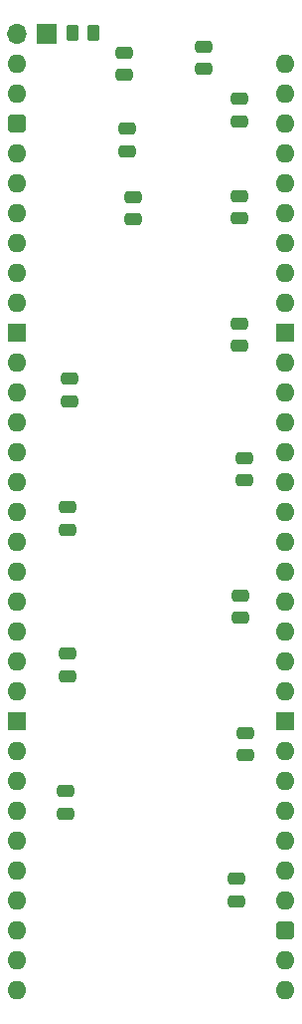
<source format=gbs>
%TF.GenerationSoftware,KiCad,Pcbnew,8.0.7*%
%TF.CreationDate,2025-01-29T06:33:39+02:00*%
%TF.ProjectId,HCP65 Instruction Code,48435036-3520-4496-9e73-747275637469,V0*%
%TF.SameCoordinates,Original*%
%TF.FileFunction,Soldermask,Bot*%
%TF.FilePolarity,Negative*%
%FSLAX46Y46*%
G04 Gerber Fmt 4.6, Leading zero omitted, Abs format (unit mm)*
G04 Created by KiCad (PCBNEW 8.0.7) date 2025-01-29 06:33:39*
%MOMM*%
%LPD*%
G01*
G04 APERTURE LIST*
G04 Aperture macros list*
%AMRoundRect*
0 Rectangle with rounded corners*
0 $1 Rounding radius*
0 $2 $3 $4 $5 $6 $7 $8 $9 X,Y pos of 4 corners*
0 Add a 4 corners polygon primitive as box body*
4,1,4,$2,$3,$4,$5,$6,$7,$8,$9,$2,$3,0*
0 Add four circle primitives for the rounded corners*
1,1,$1+$1,$2,$3*
1,1,$1+$1,$4,$5*
1,1,$1+$1,$6,$7*
1,1,$1+$1,$8,$9*
0 Add four rect primitives between the rounded corners*
20,1,$1+$1,$2,$3,$4,$5,0*
20,1,$1+$1,$4,$5,$6,$7,0*
20,1,$1+$1,$6,$7,$8,$9,0*
20,1,$1+$1,$8,$9,$2,$3,0*%
G04 Aperture macros list end*
%ADD10R,1.700000X1.700000*%
%ADD11O,1.700000X1.700000*%
%ADD12O,1.600000X1.600000*%
%ADD13RoundRect,0.400000X-0.400000X-0.400000X0.400000X-0.400000X0.400000X0.400000X-0.400000X0.400000X0*%
%ADD14R,1.600000X1.600000*%
%ADD15RoundRect,0.250000X0.475000X-0.250000X0.475000X0.250000X-0.475000X0.250000X-0.475000X-0.250000X0*%
%ADD16RoundRect,0.250000X-0.262500X-0.450000X0.262500X-0.450000X0.262500X0.450000X-0.262500X0.450000X0*%
G04 APERTURE END LIST*
D10*
%TO.C,J4*%
X2540000Y2540000D03*
D11*
X0Y2540000D03*
%TD*%
D12*
%TO.C,J2*%
X0Y0D03*
X0Y-2540000D03*
D13*
X0Y-5080000D03*
D12*
X0Y-7620000D03*
X0Y-10160000D03*
X0Y-12700000D03*
X0Y-15240000D03*
X0Y-17780000D03*
X0Y-20320000D03*
D14*
X0Y-22860000D03*
D12*
X0Y-25400000D03*
X0Y-27940000D03*
X0Y-30480000D03*
X0Y-33020000D03*
X0Y-35560000D03*
X0Y-38100000D03*
X0Y-40640000D03*
X0Y-43180000D03*
X0Y-45720000D03*
X0Y-48260000D03*
X0Y-50800000D03*
X0Y-53340000D03*
D14*
X0Y-55880000D03*
D12*
X0Y-58420000D03*
X0Y-60960000D03*
X0Y-63500000D03*
X0Y-66040000D03*
X0Y-68580000D03*
X0Y-71120000D03*
X0Y-73660000D03*
X0Y-76200000D03*
X0Y-78740000D03*
X22860000Y-78740000D03*
X22860000Y-76200000D03*
D13*
X22860000Y-73660000D03*
D12*
X22860000Y-71120000D03*
X22860000Y-68580000D03*
X22860000Y-66040000D03*
X22860000Y-63500000D03*
X22860000Y-60960000D03*
X22860000Y-58420000D03*
D14*
X22860000Y-55880000D03*
D12*
X22860000Y-53340000D03*
X22860000Y-50800000D03*
X22860000Y-48260000D03*
X22860000Y-45720000D03*
X22860000Y-43180000D03*
X22860000Y-40640000D03*
X22860000Y-38100000D03*
X22860000Y-35560000D03*
X22860000Y-33020000D03*
X22860000Y-30480000D03*
X22860000Y-27940000D03*
X22860000Y-25400000D03*
D14*
X22860000Y-22860000D03*
D12*
X22860000Y-20320000D03*
X22860000Y-17780000D03*
X22860000Y-15240000D03*
X22860000Y-12700000D03*
X22860000Y-10160000D03*
X22860000Y-7620000D03*
X22860000Y-5080000D03*
X22860000Y-2540000D03*
X22860000Y0D03*
%TD*%
D15*
%TO.C,C14*%
X18923000Y-4871000D03*
X18923000Y-2971000D03*
%TD*%
%TO.C,C12*%
X18923000Y-23957607D03*
X18923000Y-22057607D03*
%TD*%
%TO.C,C4*%
X19405600Y-35387607D03*
X19405600Y-33487607D03*
%TD*%
%TO.C,C7*%
X15875000Y-426000D03*
X15875000Y1474000D03*
%TD*%
%TO.C,C11*%
X18669000Y-71165000D03*
X18669000Y-69265000D03*
%TD*%
%TO.C,C17*%
X4318000Y-39592800D03*
X4318000Y-37692800D03*
%TD*%
%TO.C,C16*%
X4165600Y-63708607D03*
X4165600Y-61808607D03*
%TD*%
%TO.C,C5*%
X4318000Y-52024607D03*
X4318000Y-50124607D03*
%TD*%
D16*
%TO.C,R1*%
X4675500Y2657000D03*
X6500500Y2657000D03*
%TD*%
D15*
%TO.C,C8*%
X18923000Y-13126000D03*
X18923000Y-11226000D03*
%TD*%
%TO.C,C15*%
X4445000Y-28656607D03*
X4445000Y-26756607D03*
%TD*%
%TO.C,C2*%
X19431000Y-58755607D03*
X19431000Y-56855607D03*
%TD*%
%TO.C,C13*%
X9398000Y-7411000D03*
X9398000Y-5511000D03*
%TD*%
%TO.C,C1*%
X9906000Y-13227600D03*
X9906000Y-11327600D03*
%TD*%
%TO.C,C3*%
X19050000Y-47071607D03*
X19050000Y-45171607D03*
%TD*%
%TO.C,C6*%
X9144000Y-934000D03*
X9144000Y966000D03*
%TD*%
M02*

</source>
